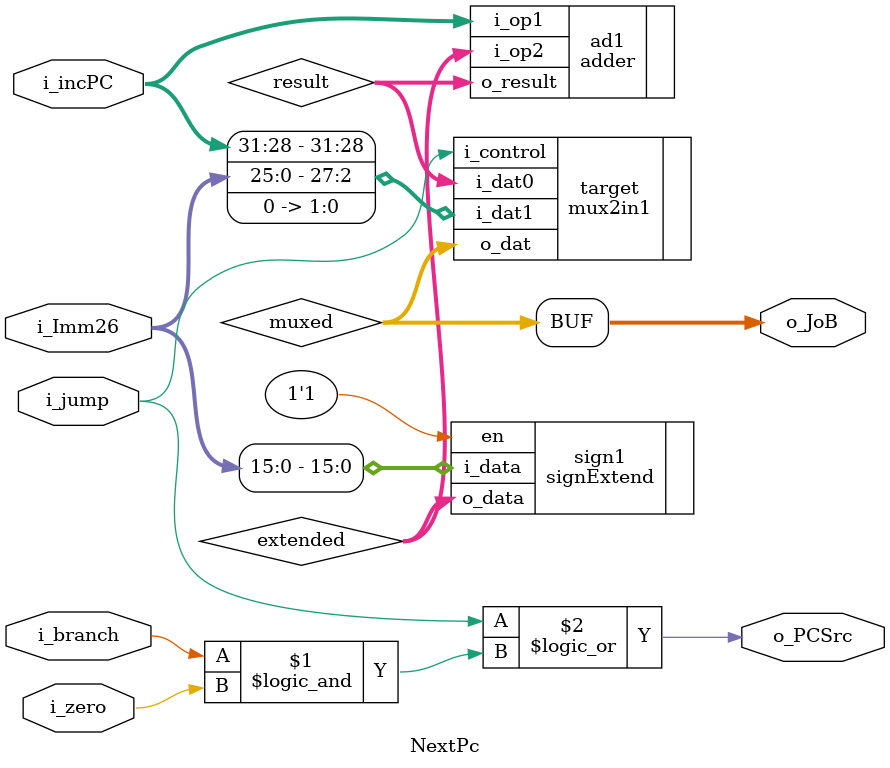
<source format=v>
module NextPc (
	input  [31:0] i_incPC,   
	input  [25:0] i_Imm26, 
	input  		  i_branch,
	input  		  i_jump,
	input 		  i_zero,
	output  	  o_PCSrc,
	output [31:0] o_JoB
);

wire [31:0] result;
wire [31:0] extended;
wire [31:0] muxed;

assign o_JoB = muxed;
assign o_PCSrc = i_jump || (i_branch && i_zero);


signExtend sign1(.i_data(i_Imm26[15:0]),
				 .en    (1'b1),
				 .o_data(extended)
				);

adder ad1(.i_op1   (i_incPC),
		  .i_op2   (extended),
		  .o_result(result)
		 );

mux2in1 target(.i_dat0   (result),
			   .i_dat1   ({i_incPC[31:28],i_Imm26,2'b0}),
			   .i_control(i_jump),
			   .o_dat    (muxed)
			  );


endmodule
</source>
